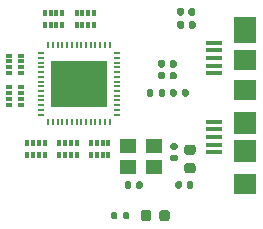
<source format=gtp>
G04 #@! TF.GenerationSoftware,KiCad,Pcbnew,(5.1.8)-1*
G04 #@! TF.CreationDate,2021-01-03T21:05:32+07:00*
G04 #@! TF.ProjectId,FT600_Adapter,46543630-305f-4416-9461-707465722e6b,rev?*
G04 #@! TF.SameCoordinates,Original*
G04 #@! TF.FileFunction,Paste,Top*
G04 #@! TF.FilePolarity,Positive*
%FSLAX46Y46*%
G04 Gerber Fmt 4.6, Leading zero omitted, Abs format (unit mm)*
G04 Created by KiCad (PCBNEW (5.1.8)-1) date 2021-01-03 21:05:32*
%MOMM*%
%LPD*%
G01*
G04 APERTURE LIST*
%ADD10R,4.700000X3.900000*%
%ADD11R,0.500000X0.250000*%
%ADD12R,0.250000X0.500000*%
%ADD13R,1.900000X1.800000*%
%ADD14R,1.900000X1.900000*%
%ADD15R,1.900000X2.300000*%
%ADD16R,1.350000X0.400000*%
%ADD17R,0.400000X0.500000*%
%ADD18R,0.300000X0.500000*%
%ADD19R,0.500000X0.400000*%
%ADD20R,0.500000X0.300000*%
%ADD21R,1.400000X1.200000*%
G04 APERTURE END LIST*
D10*
X123500000Y-103100000D03*
D11*
X120250000Y-105700000D03*
X120250000Y-105300000D03*
X120250000Y-104900000D03*
X120250000Y-104500000D03*
X120250000Y-104100000D03*
X120250000Y-103700000D03*
X120250000Y-103300000D03*
X120250000Y-102900000D03*
X120250000Y-102500000D03*
X120250000Y-102100000D03*
X120250000Y-101700000D03*
X120250000Y-101300000D03*
X120250000Y-100900000D03*
X120250000Y-100500000D03*
D12*
X120900000Y-99850000D03*
X121300000Y-99850000D03*
X121700000Y-99850000D03*
X122100000Y-99850000D03*
X122500000Y-99850000D03*
X122900000Y-99850000D03*
X123300000Y-99850000D03*
X123700000Y-99850000D03*
X124100000Y-99850000D03*
X124500000Y-99850000D03*
X124900000Y-99850000D03*
X125300000Y-99850000D03*
X125700000Y-99850000D03*
X126100000Y-99850000D03*
D11*
X126750000Y-100500000D03*
X126750000Y-100900000D03*
X126750000Y-101300000D03*
X126750000Y-101700000D03*
X126750000Y-102100000D03*
X126750000Y-102500000D03*
X126750000Y-102900000D03*
X126750000Y-103300000D03*
X126750000Y-103700000D03*
X126750000Y-104100000D03*
X126750000Y-104500000D03*
X126750000Y-104900000D03*
X126750000Y-105300000D03*
X126750000Y-105700000D03*
D12*
X126100000Y-106350000D03*
X125700000Y-106350000D03*
X125300000Y-106350000D03*
X124900000Y-106350000D03*
X124500000Y-106350000D03*
X124100000Y-106350000D03*
X123700000Y-106350000D03*
X123300000Y-106350000D03*
X122900000Y-106350000D03*
X122500000Y-106350000D03*
X122100000Y-106350000D03*
X121700000Y-106350000D03*
X121300000Y-106350000D03*
X120900000Y-106350000D03*
D13*
X137600000Y-111600000D03*
D14*
X137600000Y-108800000D03*
X137600000Y-106400000D03*
D13*
X137600000Y-103600000D03*
D15*
X137600000Y-98500000D03*
D13*
X137600000Y-101100000D03*
D16*
X134925000Y-108250000D03*
X134925000Y-106950000D03*
X134925000Y-106300000D03*
X134925000Y-108900000D03*
X134925000Y-107600000D03*
X134925000Y-102200000D03*
X134925000Y-99600000D03*
X134925000Y-100250000D03*
X134925000Y-101550000D03*
X134925000Y-100900000D03*
G36*
G01*
X127230000Y-114435000D02*
X127230000Y-114065000D01*
G75*
G02*
X127365000Y-113930000I135000J0D01*
G01*
X127635000Y-113930000D01*
G75*
G02*
X127770000Y-114065000I0J-135000D01*
G01*
X127770000Y-114435000D01*
G75*
G02*
X127635000Y-114570000I-135000J0D01*
G01*
X127365000Y-114570000D01*
G75*
G02*
X127230000Y-114435000I0J135000D01*
G01*
G37*
G36*
G01*
X126210000Y-114435000D02*
X126210000Y-114065000D01*
G75*
G02*
X126345000Y-113930000I135000J0D01*
G01*
X126615000Y-113930000D01*
G75*
G02*
X126750000Y-114065000I0J-135000D01*
G01*
X126750000Y-114435000D01*
G75*
G02*
X126615000Y-114570000I-135000J0D01*
G01*
X126345000Y-114570000D01*
G75*
G02*
X126210000Y-114435000I0J135000D01*
G01*
G37*
G36*
G01*
X129612500Y-113993750D02*
X129612500Y-114506250D01*
G75*
G02*
X129393750Y-114725000I-218750J0D01*
G01*
X128956250Y-114725000D01*
G75*
G02*
X128737500Y-114506250I0J218750D01*
G01*
X128737500Y-113993750D01*
G75*
G02*
X128956250Y-113775000I218750J0D01*
G01*
X129393750Y-113775000D01*
G75*
G02*
X129612500Y-113993750I0J-218750D01*
G01*
G37*
G36*
G01*
X131187500Y-113993750D02*
X131187500Y-114506250D01*
G75*
G02*
X130968750Y-114725000I-218750J0D01*
G01*
X130531250Y-114725000D01*
G75*
G02*
X130312500Y-114506250I0J218750D01*
G01*
X130312500Y-113993750D01*
G75*
G02*
X130531250Y-113775000I218750J0D01*
G01*
X130968750Y-113775000D01*
G75*
G02*
X131187500Y-113993750I0J-218750D01*
G01*
G37*
G36*
G01*
X132410000Y-97927500D02*
X132410000Y-98272500D01*
G75*
G02*
X132262500Y-98420000I-147500J0D01*
G01*
X131967500Y-98420000D01*
G75*
G02*
X131820000Y-98272500I0J147500D01*
G01*
X131820000Y-97927500D01*
G75*
G02*
X131967500Y-97780000I147500J0D01*
G01*
X132262500Y-97780000D01*
G75*
G02*
X132410000Y-97927500I0J-147500D01*
G01*
G37*
G36*
G01*
X133380000Y-97927500D02*
X133380000Y-98272500D01*
G75*
G02*
X133232500Y-98420000I-147500J0D01*
G01*
X132937500Y-98420000D01*
G75*
G02*
X132790000Y-98272500I0J147500D01*
G01*
X132790000Y-97927500D01*
G75*
G02*
X132937500Y-97780000I147500J0D01*
G01*
X133232500Y-97780000D01*
G75*
G02*
X133380000Y-97927500I0J-147500D01*
G01*
G37*
G36*
G01*
X131175000Y-101572500D02*
X131175000Y-101227500D01*
G75*
G02*
X131322500Y-101080000I147500J0D01*
G01*
X131617500Y-101080000D01*
G75*
G02*
X131765000Y-101227500I0J-147500D01*
G01*
X131765000Y-101572500D01*
G75*
G02*
X131617500Y-101720000I-147500J0D01*
G01*
X131322500Y-101720000D01*
G75*
G02*
X131175000Y-101572500I0J147500D01*
G01*
G37*
G36*
G01*
X130205000Y-101572500D02*
X130205000Y-101227500D01*
G75*
G02*
X130352500Y-101080000I147500J0D01*
G01*
X130647500Y-101080000D01*
G75*
G02*
X130795000Y-101227500I0J-147500D01*
G01*
X130795000Y-101572500D01*
G75*
G02*
X130647500Y-101720000I-147500J0D01*
G01*
X130352500Y-101720000D01*
G75*
G02*
X130205000Y-101572500I0J147500D01*
G01*
G37*
G36*
G01*
X131175000Y-102572500D02*
X131175000Y-102227500D01*
G75*
G02*
X131322500Y-102080000I147500J0D01*
G01*
X131617500Y-102080000D01*
G75*
G02*
X131765000Y-102227500I0J-147500D01*
G01*
X131765000Y-102572500D01*
G75*
G02*
X131617500Y-102720000I-147500J0D01*
G01*
X131322500Y-102720000D01*
G75*
G02*
X131175000Y-102572500I0J147500D01*
G01*
G37*
G36*
G01*
X130205000Y-102572500D02*
X130205000Y-102227500D01*
G75*
G02*
X130352500Y-102080000I147500J0D01*
G01*
X130647500Y-102080000D01*
G75*
G02*
X130795000Y-102227500I0J-147500D01*
G01*
X130795000Y-102572500D01*
G75*
G02*
X130647500Y-102720000I-147500J0D01*
G01*
X130352500Y-102720000D01*
G75*
G02*
X130205000Y-102572500I0J147500D01*
G01*
G37*
G36*
G01*
X132395000Y-96827500D02*
X132395000Y-97172500D01*
G75*
G02*
X132247500Y-97320000I-147500J0D01*
G01*
X131952500Y-97320000D01*
G75*
G02*
X131805000Y-97172500I0J147500D01*
G01*
X131805000Y-96827500D01*
G75*
G02*
X131952500Y-96680000I147500J0D01*
G01*
X132247500Y-96680000D01*
G75*
G02*
X132395000Y-96827500I0J-147500D01*
G01*
G37*
G36*
G01*
X133365000Y-96827500D02*
X133365000Y-97172500D01*
G75*
G02*
X133217500Y-97320000I-147500J0D01*
G01*
X132922500Y-97320000D01*
G75*
G02*
X132775000Y-97172500I0J147500D01*
G01*
X132775000Y-96827500D01*
G75*
G02*
X132922500Y-96680000I147500J0D01*
G01*
X133217500Y-96680000D01*
G75*
G02*
X133365000Y-96827500I0J-147500D01*
G01*
G37*
D17*
X126000000Y-108100000D03*
D18*
X125500000Y-108100000D03*
D17*
X124500000Y-108100000D03*
D18*
X125000000Y-108100000D03*
D17*
X126000000Y-109100000D03*
D18*
X125000000Y-109100000D03*
X125500000Y-109100000D03*
D17*
X124500000Y-109100000D03*
D19*
X118600000Y-104900000D03*
D20*
X118600000Y-104400000D03*
D19*
X118600000Y-103400000D03*
D20*
X118600000Y-103900000D03*
D19*
X117600000Y-104900000D03*
D20*
X117600000Y-103900000D03*
X117600000Y-104400000D03*
D19*
X117600000Y-103400000D03*
X118600000Y-102200000D03*
D20*
X118600000Y-101700000D03*
D19*
X118600000Y-100700000D03*
D20*
X118600000Y-101200000D03*
D19*
X117600000Y-102200000D03*
D20*
X117600000Y-101200000D03*
X117600000Y-101700000D03*
D19*
X117600000Y-100700000D03*
D17*
X120600000Y-98100000D03*
D18*
X121100000Y-98100000D03*
D17*
X122100000Y-98100000D03*
D18*
X121600000Y-98100000D03*
D17*
X120600000Y-97100000D03*
D18*
X121600000Y-97100000D03*
X121100000Y-97100000D03*
D17*
X122100000Y-97100000D03*
X123300000Y-98100000D03*
D18*
X123800000Y-98100000D03*
D17*
X124800000Y-98100000D03*
D18*
X124300000Y-98100000D03*
D17*
X123300000Y-97100000D03*
D18*
X124300000Y-97100000D03*
X123800000Y-97100000D03*
D17*
X124800000Y-97100000D03*
X123300000Y-108100000D03*
D18*
X122800000Y-108100000D03*
D17*
X121800000Y-108100000D03*
D18*
X122300000Y-108100000D03*
D17*
X123300000Y-109100000D03*
D18*
X122300000Y-109100000D03*
X122800000Y-109100000D03*
D17*
X121800000Y-109100000D03*
X120600000Y-108100000D03*
D18*
X120100000Y-108100000D03*
D17*
X119100000Y-108100000D03*
D18*
X119600000Y-108100000D03*
D17*
X120600000Y-109100000D03*
D18*
X119600000Y-109100000D03*
X120100000Y-109100000D03*
D17*
X119100000Y-109100000D03*
G36*
G01*
X132250000Y-104045000D02*
X132250000Y-103675000D01*
G75*
G02*
X132385000Y-103540000I135000J0D01*
G01*
X132655000Y-103540000D01*
G75*
G02*
X132790000Y-103675000I0J-135000D01*
G01*
X132790000Y-104045000D01*
G75*
G02*
X132655000Y-104180000I-135000J0D01*
G01*
X132385000Y-104180000D01*
G75*
G02*
X132250000Y-104045000I0J135000D01*
G01*
G37*
G36*
G01*
X131230000Y-104045000D02*
X131230000Y-103675000D01*
G75*
G02*
X131365000Y-103540000I135000J0D01*
G01*
X131635000Y-103540000D01*
G75*
G02*
X131770000Y-103675000I0J-135000D01*
G01*
X131770000Y-104045000D01*
G75*
G02*
X131635000Y-104180000I-135000J0D01*
G01*
X131365000Y-104180000D01*
G75*
G02*
X131230000Y-104045000I0J135000D01*
G01*
G37*
G36*
G01*
X130260000Y-104045000D02*
X130260000Y-103675000D01*
G75*
G02*
X130395000Y-103540000I135000J0D01*
G01*
X130665000Y-103540000D01*
G75*
G02*
X130800000Y-103675000I0J-135000D01*
G01*
X130800000Y-104045000D01*
G75*
G02*
X130665000Y-104180000I-135000J0D01*
G01*
X130395000Y-104180000D01*
G75*
G02*
X130260000Y-104045000I0J135000D01*
G01*
G37*
G36*
G01*
X129240000Y-104045000D02*
X129240000Y-103675000D01*
G75*
G02*
X129375000Y-103540000I135000J0D01*
G01*
X129645000Y-103540000D01*
G75*
G02*
X129780000Y-103675000I0J-135000D01*
G01*
X129780000Y-104045000D01*
G75*
G02*
X129645000Y-104180000I-135000J0D01*
G01*
X129375000Y-104180000D01*
G75*
G02*
X129240000Y-104045000I0J135000D01*
G01*
G37*
G36*
G01*
X131380000Y-109090000D02*
X131720000Y-109090000D01*
G75*
G02*
X131860000Y-109230000I0J-140000D01*
G01*
X131860000Y-109510000D01*
G75*
G02*
X131720000Y-109650000I-140000J0D01*
G01*
X131380000Y-109650000D01*
G75*
G02*
X131240000Y-109510000I0J140000D01*
G01*
X131240000Y-109230000D01*
G75*
G02*
X131380000Y-109090000I140000J0D01*
G01*
G37*
G36*
G01*
X131380000Y-108130000D02*
X131720000Y-108130000D01*
G75*
G02*
X131860000Y-108270000I0J-140000D01*
G01*
X131860000Y-108550000D01*
G75*
G02*
X131720000Y-108690000I-140000J0D01*
G01*
X131380000Y-108690000D01*
G75*
G02*
X131240000Y-108550000I0J140000D01*
G01*
X131240000Y-108270000D01*
G75*
G02*
X131380000Y-108130000I140000J0D01*
G01*
G37*
G36*
G01*
X128330000Y-111840000D02*
X128330000Y-111500000D01*
G75*
G02*
X128470000Y-111360000I140000J0D01*
G01*
X128750000Y-111360000D01*
G75*
G02*
X128890000Y-111500000I0J-140000D01*
G01*
X128890000Y-111840000D01*
G75*
G02*
X128750000Y-111980000I-140000J0D01*
G01*
X128470000Y-111980000D01*
G75*
G02*
X128330000Y-111840000I0J140000D01*
G01*
G37*
G36*
G01*
X127370000Y-111840000D02*
X127370000Y-111500000D01*
G75*
G02*
X127510000Y-111360000I140000J0D01*
G01*
X127790000Y-111360000D01*
G75*
G02*
X127930000Y-111500000I0J-140000D01*
G01*
X127930000Y-111840000D01*
G75*
G02*
X127790000Y-111980000I-140000J0D01*
G01*
X127510000Y-111980000D01*
G75*
G02*
X127370000Y-111840000I0J140000D01*
G01*
G37*
D21*
X127650000Y-108400000D03*
X129850000Y-108400000D03*
X129850000Y-110100000D03*
X127650000Y-110100000D03*
G36*
G01*
X132643750Y-109812500D02*
X133156250Y-109812500D01*
G75*
G02*
X133375000Y-110031250I0J-218750D01*
G01*
X133375000Y-110468750D01*
G75*
G02*
X133156250Y-110687500I-218750J0D01*
G01*
X132643750Y-110687500D01*
G75*
G02*
X132425000Y-110468750I0J218750D01*
G01*
X132425000Y-110031250D01*
G75*
G02*
X132643750Y-109812500I218750J0D01*
G01*
G37*
G36*
G01*
X132643750Y-108237500D02*
X133156250Y-108237500D01*
G75*
G02*
X133375000Y-108456250I0J-218750D01*
G01*
X133375000Y-108893750D01*
G75*
G02*
X133156250Y-109112500I-218750J0D01*
G01*
X132643750Y-109112500D01*
G75*
G02*
X132425000Y-108893750I0J218750D01*
G01*
X132425000Y-108456250D01*
G75*
G02*
X132643750Y-108237500I218750J0D01*
G01*
G37*
G36*
G01*
X132230000Y-111480000D02*
X132230000Y-111820000D01*
G75*
G02*
X132090000Y-111960000I-140000J0D01*
G01*
X131810000Y-111960000D01*
G75*
G02*
X131670000Y-111820000I0J140000D01*
G01*
X131670000Y-111480000D01*
G75*
G02*
X131810000Y-111340000I140000J0D01*
G01*
X132090000Y-111340000D01*
G75*
G02*
X132230000Y-111480000I0J-140000D01*
G01*
G37*
G36*
G01*
X133190000Y-111480000D02*
X133190000Y-111820000D01*
G75*
G02*
X133050000Y-111960000I-140000J0D01*
G01*
X132770000Y-111960000D01*
G75*
G02*
X132630000Y-111820000I0J140000D01*
G01*
X132630000Y-111480000D01*
G75*
G02*
X132770000Y-111340000I140000J0D01*
G01*
X133050000Y-111340000D01*
G75*
G02*
X133190000Y-111480000I0J-140000D01*
G01*
G37*
M02*

</source>
